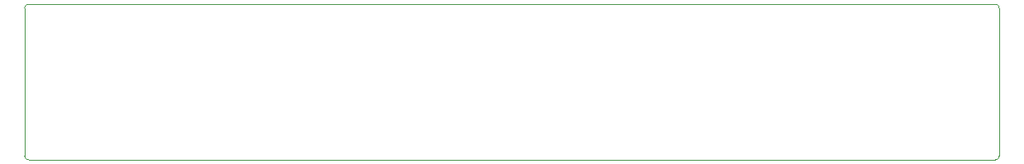
<source format=gbr>
%TF.GenerationSoftware,KiCad,Pcbnew,8.0.3*%
%TF.CreationDate,2024-11-15T18:21:39+09:00*%
%TF.ProjectId,FPC-MD-Main-002-20241115,4650432d-4d44-42d4-9d61-696e2d303032,rev?*%
%TF.SameCoordinates,Original*%
%TF.FileFunction,Profile,NP*%
%FSLAX46Y46*%
G04 Gerber Fmt 4.6, Leading zero omitted, Abs format (unit mm)*
G04 Created by KiCad (PCBNEW 8.0.3) date 2024-11-15 18:21:39*
%MOMM*%
%LPD*%
G01*
G04 APERTURE LIST*
%TA.AperFunction,Profile*%
%ADD10C,0.050000*%
%TD*%
G04 APERTURE END LIST*
D10*
X97600000Y8000000D02*
G75*
G02*
X98000000Y7600000I0J-400000D01*
G01*
X98000000Y-7600000D02*
G75*
G02*
X97600000Y-8000000I-400000J0D01*
G01*
X-1600000Y-8000000D02*
G75*
G02*
X-2000000Y-7600000I0J400000D01*
G01*
X-2000000Y7600000D02*
G75*
G02*
X-1600000Y8000000I400000J0D01*
G01*
X97600000Y-8000000D02*
X-1600000Y-8000000D01*
X98000000Y7600000D02*
X98000000Y-7600000D01*
X-2000000Y7600000D02*
X-2000000Y-7600000D01*
X97600000Y8000000D02*
X-1600000Y8000000D01*
M02*

</source>
